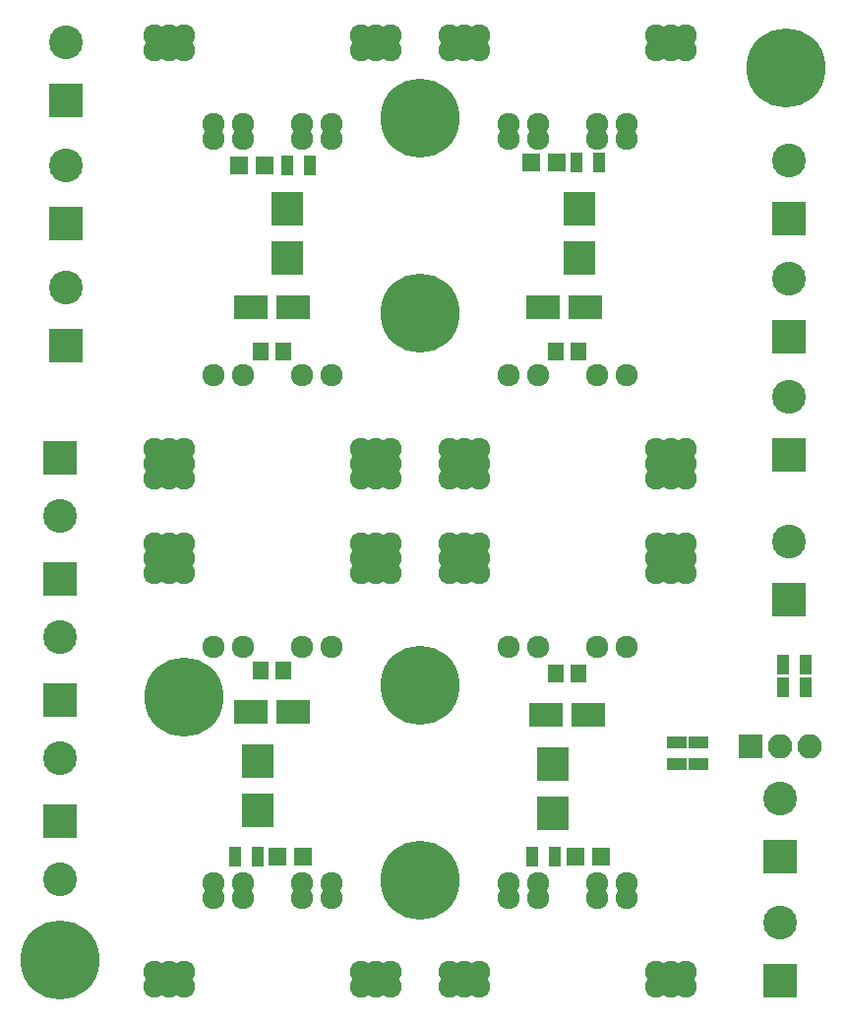
<source format=gts>
G04 #@! TF.FileFunction,Soldermask,Top*
%FSLAX46Y46*%
G04 Gerber Fmt 4.6, Leading zero omitted, Abs format (unit mm)*
G04 Created by KiCad (PCBNEW 4.0.6+dfsg1-1) date Mon Feb 26 19:52:27 2018*
%MOMM*%
%LPD*%
G01*
G04 APERTURE LIST*
%ADD10C,0.100000*%
%ADD11R,2.900000X2.900000*%
%ADD12C,2.900000*%
%ADD13C,1.924000*%
%ADD14R,3.000000X2.000000*%
%ADD15R,1.400000X1.650000*%
%ADD16R,1.600000X1.600000*%
%ADD17R,2.700000X2.900000*%
%ADD18R,1.100000X1.700000*%
%ADD19C,6.800000*%
%ADD20C,1.000000*%
%ADD21R,1.700000X1.100000*%
%ADD22R,2.100000X2.100000*%
%ADD23O,2.100000X2.100000*%
G04 APERTURE END LIST*
D10*
D11*
X67127120Y13533120D03*
D12*
X67127120Y18533120D03*
D13*
X32329120Y46045120D03*
X13279120Y46045120D03*
X32329120Y47315120D03*
X32329120Y48585120D03*
X33599120Y46045120D03*
X33599120Y47315120D03*
X33599120Y48585120D03*
X14549120Y46045120D03*
X14549120Y47315120D03*
X14549120Y48585120D03*
X13279120Y48585120D03*
X13279120Y47315120D03*
X32329120Y84145120D03*
X33599120Y82875120D03*
X33599120Y84145120D03*
X31059120Y46045120D03*
X31059120Y47315120D03*
X31059120Y48585120D03*
X15819120Y46045120D03*
X15819120Y48585120D03*
X15819120Y47315120D03*
X31059120Y82875120D03*
X31059120Y84145120D03*
X15819120Y82875120D03*
X32329120Y82875120D03*
X15819120Y84145120D03*
X14549120Y82875120D03*
X13279120Y82875120D03*
X13279120Y84145120D03*
X14549120Y84145120D03*
X28519120Y54935120D03*
X25979120Y54935120D03*
X20899120Y54935120D03*
X18359120Y54935120D03*
X28519120Y75255120D03*
X25979120Y75255120D03*
X20899120Y75255120D03*
X18359120Y75255120D03*
X28519120Y76525120D03*
X25979120Y76525120D03*
X20899120Y76525120D03*
X18359120Y76525120D03*
D11*
X5659120Y68016120D03*
D12*
X5659120Y73016120D03*
D11*
X5659120Y57475120D03*
D12*
X5659120Y62475120D03*
D11*
X5659120Y78557120D03*
D12*
X5659120Y83557120D03*
D11*
X67127120Y2865120D03*
D12*
X67127120Y7865120D03*
D11*
X5151120Y47823120D03*
D12*
X5151120Y42823120D03*
D11*
X5151120Y37409120D03*
D12*
X5151120Y32409120D03*
D11*
X67889120Y68397120D03*
D12*
X67889120Y73397120D03*
D11*
X67889120Y48077120D03*
D12*
X67889120Y53077120D03*
D11*
X67889120Y58237120D03*
D12*
X67889120Y63237120D03*
D11*
X67889120Y35631120D03*
D12*
X67889120Y40631120D03*
D13*
X57729120Y46045120D03*
X38679120Y46045120D03*
X57729120Y47315120D03*
X57729120Y48585120D03*
X58999120Y46045120D03*
X58999120Y47315120D03*
X58999120Y48585120D03*
X39949120Y46045120D03*
X39949120Y47315120D03*
X39949120Y48585120D03*
X38679120Y48585120D03*
X38679120Y47315120D03*
X57729120Y84145120D03*
X58999120Y82875120D03*
X58999120Y84145120D03*
X56459120Y46045120D03*
X56459120Y47315120D03*
X56459120Y48585120D03*
X41219120Y46045120D03*
X41219120Y48585120D03*
X41219120Y47315120D03*
X56459120Y82875120D03*
X56459120Y84145120D03*
X41219120Y82875120D03*
X57729120Y82875120D03*
X41219120Y84145120D03*
X39949120Y82875120D03*
X38679120Y82875120D03*
X38679120Y84145120D03*
X39949120Y84145120D03*
X53919120Y54935120D03*
X51379120Y54935120D03*
X46299120Y54935120D03*
X43759120Y54935120D03*
X53919120Y75255120D03*
X51379120Y75255120D03*
X46299120Y75255120D03*
X43759120Y75255120D03*
X53919120Y76525120D03*
X51379120Y76525120D03*
X46299120Y76525120D03*
X43759120Y76525120D03*
X14549120Y40457120D03*
X33599120Y40457120D03*
X14549120Y39187120D03*
X14549120Y37917120D03*
X13279120Y40457120D03*
X13279120Y39187120D03*
X13279120Y37917120D03*
X32329120Y40457120D03*
X32329120Y39187120D03*
X32329120Y37917120D03*
X33599120Y37917120D03*
X33599120Y39187120D03*
X14549120Y2357120D03*
X13279120Y3627120D03*
X13279120Y2357120D03*
X15819120Y40457120D03*
X15819120Y39187120D03*
X15819120Y37917120D03*
X31059120Y40457120D03*
X31059120Y37917120D03*
X31059120Y39187120D03*
X15819120Y3627120D03*
X15819120Y2357120D03*
X31059120Y3627120D03*
X14549120Y3627120D03*
X31059120Y2357120D03*
X32329120Y3627120D03*
X33599120Y3627120D03*
X33599120Y2357120D03*
X32329120Y2357120D03*
X18359120Y31567120D03*
X20899120Y31567120D03*
X25979120Y31567120D03*
X28519120Y31567120D03*
X18359120Y11247120D03*
X20899120Y11247120D03*
X25979120Y11247120D03*
X28519120Y11247120D03*
X18359120Y9977120D03*
X20899120Y9977120D03*
X25979120Y9977120D03*
X28519120Y9977120D03*
X39949120Y40457120D03*
X58999120Y40457120D03*
X39949120Y39187120D03*
X39949120Y37917120D03*
X38679120Y40457120D03*
X38679120Y39187120D03*
X38679120Y37917120D03*
X57729120Y40457120D03*
X57729120Y39187120D03*
X57729120Y37917120D03*
X58999120Y37917120D03*
X58999120Y39187120D03*
X39949120Y2357120D03*
X38679120Y3627120D03*
X38679120Y2357120D03*
X41219120Y40457120D03*
X41219120Y39187120D03*
X41219120Y37917120D03*
X56459120Y40457120D03*
X56459120Y37917120D03*
X56459120Y39187120D03*
X41219120Y3627120D03*
X41219120Y2357120D03*
X56459120Y3627120D03*
X39949120Y3627120D03*
X56459120Y2357120D03*
X57729120Y3627120D03*
X58999120Y3627120D03*
X58999120Y2357120D03*
X57729120Y2357120D03*
X43759120Y31567120D03*
X46299120Y31567120D03*
X51379120Y31567120D03*
X53919120Y31567120D03*
X43759120Y11247120D03*
X46299120Y11247120D03*
X51379120Y11247120D03*
X53919120Y11247120D03*
X43759120Y9977120D03*
X46299120Y9977120D03*
X51379120Y9977120D03*
X53919120Y9977120D03*
D14*
X25239120Y60777120D03*
X21639120Y60777120D03*
X21639120Y25979120D03*
X25239120Y25979120D03*
D15*
X24439120Y56967120D03*
X22439120Y56967120D03*
X22439120Y29535120D03*
X24439120Y29535120D03*
D14*
X50385120Y60777120D03*
X46785120Y60777120D03*
X47039120Y25725120D03*
X50639120Y25725120D03*
D15*
X49839120Y56967120D03*
X47839120Y56967120D03*
X47839120Y29281120D03*
X49839120Y29281120D03*
D16*
X22761120Y72969120D03*
X20561120Y72969120D03*
X47907120Y73223120D03*
X45707120Y73223120D03*
D17*
X24709120Y64977120D03*
X24709120Y69277120D03*
X22169120Y21779120D03*
X22169120Y17479120D03*
D16*
X23863120Y13533120D03*
X26063120Y13533120D03*
X49517120Y13533120D03*
X51717120Y13533120D03*
D17*
X49855120Y64977120D03*
X49855120Y69277120D03*
X47569120Y21525120D03*
X47569120Y17225120D03*
D18*
X26675120Y72969120D03*
X24775120Y72969120D03*
X51567120Y73223120D03*
X49667120Y73223120D03*
X20266620Y13533120D03*
X22166620Y13533120D03*
X45857120Y13533120D03*
X47757120Y13533120D03*
D11*
X5151120Y16581120D03*
D12*
X5151120Y11581120D03*
D11*
X5151120Y26995120D03*
D12*
X5151120Y21995120D03*
D19*
X5151120Y4643120D03*
D20*
X7551120Y4643120D03*
X6848176Y2946064D03*
X5151120Y2243120D03*
X3454064Y2946064D03*
X2751120Y4643120D03*
X3454064Y6340176D03*
X5151120Y7043120D03*
X6848176Y6340176D03*
D19*
X36139120Y77033120D03*
D20*
X38539120Y77033120D03*
X37836176Y75336064D03*
X36139120Y74633120D03*
X34442064Y75336064D03*
X33739120Y77033120D03*
X34442064Y78730176D03*
X36139120Y79433120D03*
X37836176Y78730176D03*
D19*
X36139120Y28265120D03*
D20*
X38539120Y28265120D03*
X37836176Y26568064D03*
X36139120Y25865120D03*
X34442064Y26568064D03*
X33739120Y28265120D03*
X34442064Y29962176D03*
X36139120Y30665120D03*
X37836176Y29962176D03*
D19*
X36139120Y60269120D03*
D20*
X38539120Y60269120D03*
X37836176Y58572064D03*
X36139120Y57869120D03*
X34442064Y58572064D03*
X33739120Y60269120D03*
X34442064Y61966176D03*
X36139120Y62669120D03*
X37836176Y61966176D03*
D19*
X15819120Y27249120D03*
D20*
X18219120Y27249120D03*
X17516176Y25552064D03*
X15819120Y24849120D03*
X14122064Y25552064D03*
X13419120Y27249120D03*
X14122064Y28946176D03*
X15819120Y29649120D03*
X17516176Y28946176D03*
D19*
X36139120Y11501120D03*
D20*
X38539120Y11501120D03*
X37836176Y9804064D03*
X36139120Y9101120D03*
X34442064Y9804064D03*
X33739120Y11501120D03*
X34442064Y13198176D03*
X36139120Y13901120D03*
X37836176Y13198176D03*
D19*
X67635120Y81351120D03*
D20*
X70035120Y81351120D03*
X69332176Y79654064D03*
X67635120Y78951120D03*
X65938064Y79654064D03*
X65235120Y81351120D03*
X65938064Y83048176D03*
X67635120Y83751120D03*
X69332176Y83048176D03*
D21*
X60142120Y21473120D03*
X60142120Y23373120D03*
X58237120Y23373120D03*
X58237120Y21473120D03*
D18*
X69347120Y30043120D03*
X67447120Y30043120D03*
X67447120Y28138120D03*
X69347120Y28138120D03*
D22*
X64587120Y23058120D03*
D23*
X67127120Y23058120D03*
X69667120Y23058120D03*
M02*

</source>
